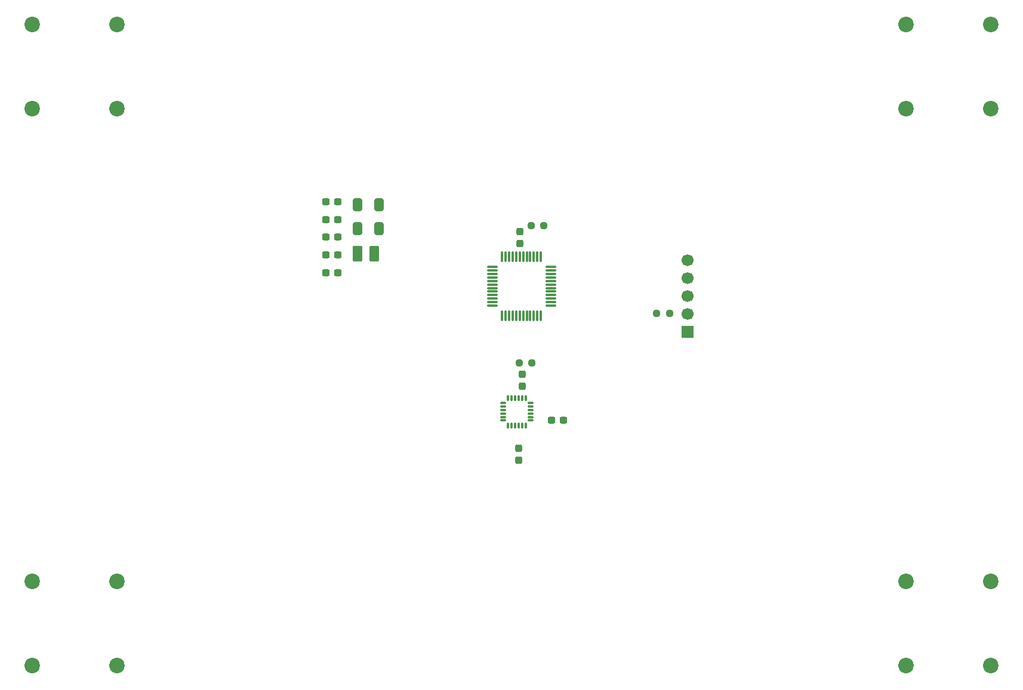
<source format=gbr>
%TF.GenerationSoftware,KiCad,Pcbnew,9.0.6*%
%TF.CreationDate,2025-12-28T22:24:58-08:00*%
%TF.ProjectId,neodrone-v1,6e656f64-726f-46e6-952d-76312e6b6963,rev?*%
%TF.SameCoordinates,Original*%
%TF.FileFunction,Soldermask,Top*%
%TF.FilePolarity,Negative*%
%FSLAX46Y46*%
G04 Gerber Fmt 4.6, Leading zero omitted, Abs format (unit mm)*
G04 Created by KiCad (PCBNEW 9.0.6) date 2025-12-28 22:24:58*
%MOMM*%
%LPD*%
G01*
G04 APERTURE LIST*
G04 Aperture macros list*
%AMRoundRect*
0 Rectangle with rounded corners*
0 $1 Rounding radius*
0 $2 $3 $4 $5 $6 $7 $8 $9 X,Y pos of 4 corners*
0 Add a 4 corners polygon primitive as box body*
4,1,4,$2,$3,$4,$5,$6,$7,$8,$9,$2,$3,0*
0 Add four circle primitives for the rounded corners*
1,1,$1+$1,$2,$3*
1,1,$1+$1,$4,$5*
1,1,$1+$1,$6,$7*
1,1,$1+$1,$8,$9*
0 Add four rect primitives between the rounded corners*
20,1,$1+$1,$2,$3,$4,$5,0*
20,1,$1+$1,$4,$5,$6,$7,0*
20,1,$1+$1,$6,$7,$8,$9,0*
20,1,$1+$1,$8,$9,$2,$3,0*%
G04 Aperture macros list end*
%ADD10RoundRect,0.237500X0.250000X0.237500X-0.250000X0.237500X-0.250000X-0.237500X0.250000X-0.237500X0*%
%ADD11RoundRect,0.075000X-0.662500X-0.075000X0.662500X-0.075000X0.662500X0.075000X-0.662500X0.075000X0*%
%ADD12RoundRect,0.075000X-0.075000X-0.662500X0.075000X-0.662500X0.075000X0.662500X-0.075000X0.662500X0*%
%ADD13RoundRect,0.237500X-0.237500X0.300000X-0.237500X-0.300000X0.237500X-0.300000X0.237500X0.300000X0*%
%ADD14RoundRect,0.250001X-0.462499X-0.849999X0.462499X-0.849999X0.462499X0.849999X-0.462499X0.849999X0*%
%ADD15RoundRect,0.250000X-0.412500X-0.650000X0.412500X-0.650000X0.412500X0.650000X-0.412500X0.650000X0*%
%ADD16RoundRect,0.237500X-0.300000X-0.237500X0.300000X-0.237500X0.300000X0.237500X-0.300000X0.237500X0*%
%ADD17C,1.700000*%
%ADD18R,1.700000X1.700000*%
%ADD19RoundRect,0.075000X-0.350000X-0.075000X0.350000X-0.075000X0.350000X0.075000X-0.350000X0.075000X0*%
%ADD20RoundRect,0.075000X0.075000X-0.350000X0.075000X0.350000X-0.075000X0.350000X-0.075000X-0.350000X0*%
%ADD21RoundRect,0.237500X0.237500X-0.300000X0.237500X0.300000X-0.237500X0.300000X-0.237500X-0.300000X0*%
%ADD22RoundRect,0.237500X0.300000X0.237500X-0.300000X0.237500X-0.300000X-0.237500X0.300000X-0.237500X0*%
%ADD23C,2.200000*%
G04 APERTURE END LIST*
D10*
%TO.C,R1*%
X153266231Y-83077674D03*
X155091231Y-83077674D03*
%TD*%
D11*
%TO.C,U1*%
X147752500Y-88912500D03*
X147752500Y-89412500D03*
X147752500Y-89912500D03*
X147752500Y-90412500D03*
X147752500Y-90912500D03*
X147752500Y-91412500D03*
X147752500Y-91912500D03*
X147752500Y-92412500D03*
X147752500Y-92912500D03*
X147752500Y-93412500D03*
X147752500Y-93912500D03*
X147752500Y-94412500D03*
D12*
X149165000Y-95825000D03*
X149665000Y-95825000D03*
X150165000Y-95825000D03*
X150665000Y-95825000D03*
X151165000Y-95825000D03*
X151665000Y-95825000D03*
X152165000Y-95825000D03*
X152665000Y-95825000D03*
X153165000Y-95825000D03*
X153665000Y-95825000D03*
X154165000Y-95825000D03*
X154665000Y-95825000D03*
D11*
X156077500Y-94412500D03*
X156077500Y-93912500D03*
X156077500Y-93412500D03*
X156077500Y-92912500D03*
X156077500Y-92412500D03*
X156077500Y-91912500D03*
X156077500Y-91412500D03*
X156077500Y-90912500D03*
X156077500Y-90412500D03*
X156077500Y-89912500D03*
X156077500Y-89412500D03*
X156077500Y-88912500D03*
D12*
X154665000Y-87500000D03*
X154165000Y-87500000D03*
X153665000Y-87500000D03*
X153165000Y-87500000D03*
X152665000Y-87500000D03*
X152165000Y-87500000D03*
X151665000Y-87500000D03*
X151165000Y-87500000D03*
X150665000Y-87500000D03*
X150165000Y-87500000D03*
X149665000Y-87500000D03*
X149165000Y-87500000D03*
%TD*%
D13*
%TO.C,C1*%
X151671083Y-85638963D03*
X151671083Y-83913963D03*
%TD*%
D14*
%TO.C,L1*%
X128675000Y-87000000D03*
X131000000Y-87000000D03*
%TD*%
D15*
%TO.C,C16*%
X128625000Y-83450000D03*
X131750000Y-83450000D03*
%TD*%
D16*
%TO.C,C15*%
X124145000Y-89720000D03*
X125870000Y-89720000D03*
%TD*%
%TO.C,C14*%
X124145000Y-87210000D03*
X125870000Y-87210000D03*
%TD*%
%TO.C,C13*%
X124145000Y-84700000D03*
X125870000Y-84700000D03*
%TD*%
%TO.C,C12*%
X124145000Y-82190000D03*
X125870000Y-82190000D03*
%TD*%
%TO.C,C11*%
X124145000Y-79680000D03*
X125870000Y-79680000D03*
%TD*%
D15*
%TO.C,C10*%
X128625000Y-80100000D03*
X131750000Y-80100000D03*
%TD*%
D17*
%TO.C,J1*%
X175500000Y-87960000D03*
X175500000Y-90500000D03*
X175500000Y-93040000D03*
X175500000Y-95580000D03*
D18*
X175500000Y-98120000D03*
%TD*%
D10*
%TO.C,R2*%
X171087500Y-95500000D03*
X172912500Y-95500000D03*
%TD*%
D19*
%TO.C,U2*%
X149300000Y-108200000D03*
X149300000Y-108700000D03*
X149300000Y-109200000D03*
X149300000Y-109700000D03*
X149300000Y-110200000D03*
X149300000Y-110700000D03*
D20*
X150000000Y-111400000D03*
X150500000Y-111400000D03*
X151000000Y-111400000D03*
X151500000Y-111400000D03*
X152000000Y-111400000D03*
X152500000Y-111400000D03*
D19*
X153200000Y-110700000D03*
X153200000Y-110200000D03*
X153200000Y-109700000D03*
X153200000Y-109200000D03*
X153200000Y-108700000D03*
X153200000Y-108200000D03*
D20*
X152500000Y-107500000D03*
X152000000Y-107500000D03*
X151500000Y-107500000D03*
X151000000Y-107500000D03*
X150500000Y-107500000D03*
X150000000Y-107500000D03*
%TD*%
D10*
%TO.C,R3*%
X153412500Y-102500000D03*
X151587500Y-102500000D03*
%TD*%
D21*
%TO.C,C9*%
X152000000Y-105862500D03*
X152000000Y-104137500D03*
%TD*%
D22*
%TO.C,C8*%
X157862500Y-110703125D03*
X156137500Y-110703125D03*
%TD*%
D13*
%TO.C,C7*%
X151500000Y-114637500D03*
X151500000Y-116362500D03*
%TD*%
D23*
%TO.C,REF\u002A\u002A*%
X94500000Y-66500000D03*
%TD*%
%TO.C,REF\u002A\u002A*%
X206500000Y-54500000D03*
%TD*%
%TO.C,REF\u002A\u002A*%
X82500000Y-145500000D03*
%TD*%
%TO.C,REF\u002A\u002A*%
X218500000Y-145500000D03*
%TD*%
%TO.C,REF\u002A\u002A*%
X218500000Y-66500000D03*
%TD*%
%TO.C,REF\u002A\u002A*%
X218500000Y-54500000D03*
%TD*%
%TO.C,REF\u002A\u002A*%
X218500000Y-133500000D03*
%TD*%
%TO.C,REF\u002A\u002A*%
X206500000Y-66500000D03*
%TD*%
%TO.C,REF\u002A\u002A*%
X206500000Y-133500000D03*
%TD*%
%TO.C,REF\u002A\u002A*%
X206500000Y-145500000D03*
%TD*%
%TO.C,REF\u002A\u002A*%
X82500000Y-133500000D03*
%TD*%
%TO.C,REF\u002A\u002A*%
X94500000Y-133500000D03*
%TD*%
%TO.C,REF\u002A\u002A*%
X94500000Y-145500000D03*
%TD*%
%TO.C,REF\u002A\u002A*%
X82500000Y-54500000D03*
%TD*%
%TO.C,REF\u002A\u002A*%
X82500000Y-66500000D03*
%TD*%
%TO.C,REF\u002A\u002A*%
X94500000Y-54500000D03*
%TD*%
M02*

</source>
